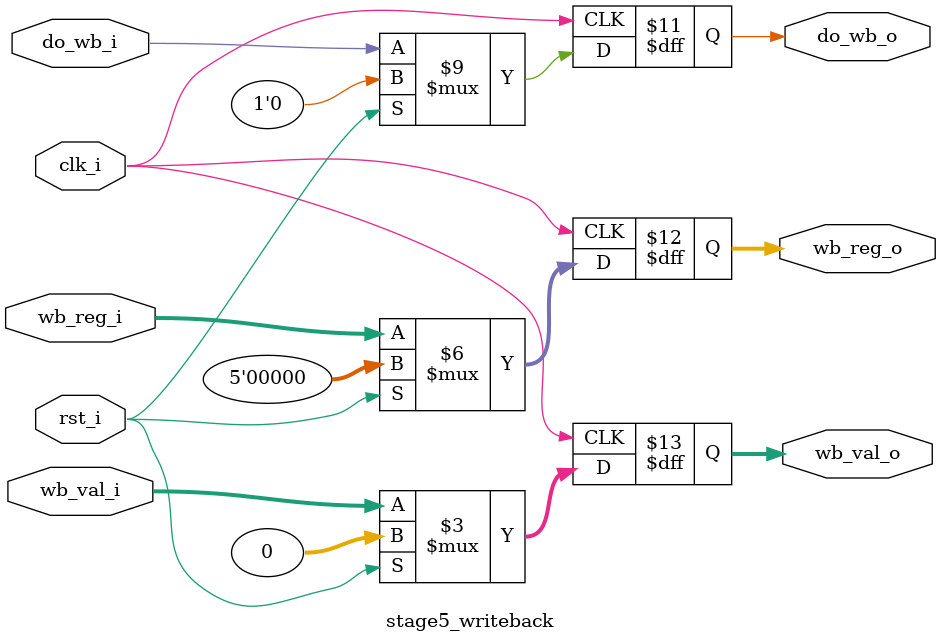
<source format=v>
module  stage5_writeback(
    input clk_i,
    input rst_i,
    input do_wb_i,
    input [4:0] wb_reg_i,
    input [31:0] wb_val_i,
    output reg do_wb_o,
    output reg [4:0] wb_reg_o,
    output reg [31:0] wb_val_o
);
always @(posedge clk_i)
begin
    if (rst_i) begin
        do_wb_o <= 0;
        wb_reg_o <= 0;
        wb_val_o <= 0;
    end else begin
        do_wb_o <= do_wb_i;
        wb_reg_o <= wb_reg_i;
        wb_val_o <= wb_val_i;
    end
end
endmodule
</source>
